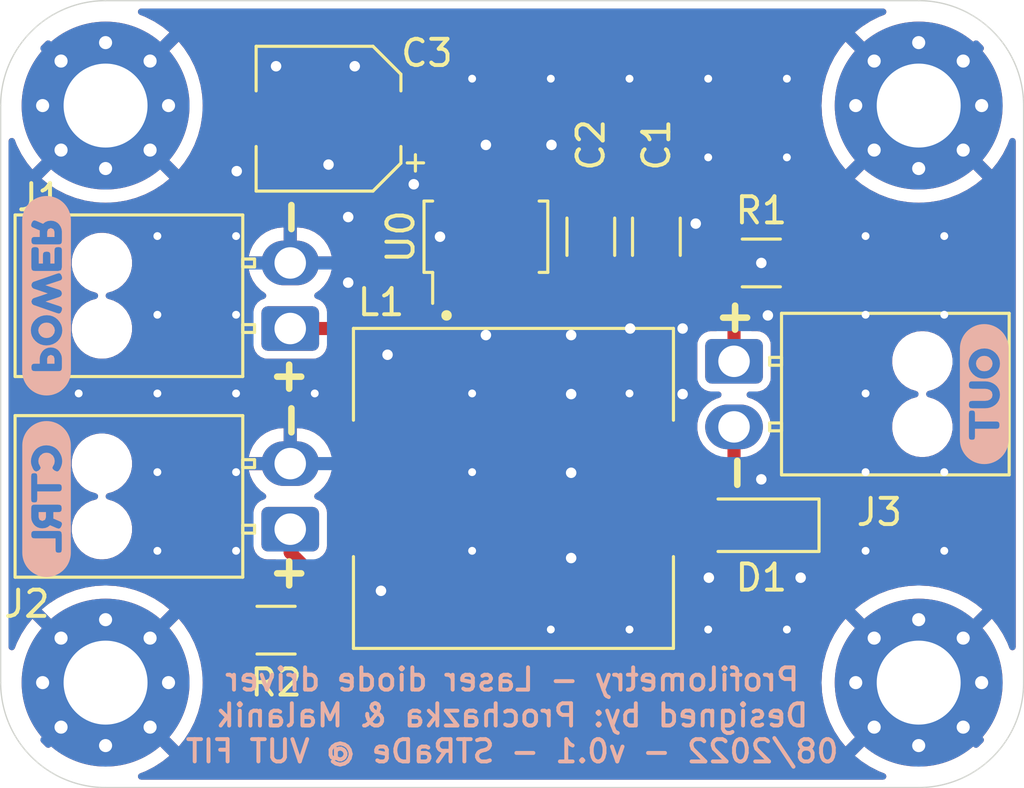
<source format=kicad_pcb>
(kicad_pcb (version 20211014) (generator pcbnew)
  (layers (0 "F.Cu" signal) (31 "B.Cu" power) (34 "B.Paste" user) (35 "F.Paste" user) (36 "B.SilkS" user "B.Silkscreen") (37 "F.SilkS" user "F.Silkscreen") (38 "B.Mask" user) (39 "F.Mask" user) (44 "Edge.Cuts" user))
  (net 0 "")
  (net 1 "+5V")
  (net 2 "GND")
  (net 3 "/VSET")
  (net 4 "/ISENSE")
  (net 5 "Net-(D1-Pad2)")
  (net 6 "Net-(L1-Pad1)")
  (footprint "Capacitor_SMD:C_1206_3216Metric_Pad1.33x1.80mm_HandSolder" (layer "F.Cu") (at 147.5 79 -90)
    (fp_text reference "C2" (at -3.5 0 -270) (layer "F.SilkS"))
    (fp_text value "100nF" hide)
    (fp_line (start -0.711252 0.91) (end 0.711252 0.91) (layer "F.SilkS") (width 0.12))
    (fp_line (start -0.711252 -0.91) (end 0.711252 -0.91) (layer "F.SilkS") (width 0.12))
    (pad "1" smd roundrect (at -1.5625 0 270) (size 1.325 1.8) (layers "F.Cu" "F.Paste" "F.Mask") (roundrect_rratio 0.188679) (net 1 "+5V"))
    (pad "2" smd roundrect (at 1.5625 0 270) (size 1.325 1.8) (layers "F.Cu" "F.Paste" "F.Mask") (roundrect_rratio 0.188679) (net 2 "GND"))
  )
  (footprint "Diode_SMD:D_SOD-123F" (layer "F.Cu") (at 154 90 180)
    (fp_text reference "D1" (at 0 -2 180) (layer "F.SilkS"))
    (fp_text value "D_Schottky" hide)
    (fp_line (start -2.2 -1) (end 1.65 -1) (layer "F.SilkS") (width 0.12))
    (fp_line (start -2.2 1) (end 1.65 1) (layer "F.SilkS") (width 0.12))
    (fp_line (start -2.2 -1) (end -2.2 1) (layer "F.SilkS") (width 0.12))
    (pad "1" smd rect (at -1.4 0 180) (size 1.1 1.1) (layers "F.Cu" "F.Paste" "F.Mask") (net 1 "+5V"))
    (pad "2" smd rect (at 1.4 0 180) (size 1.1 1.1) (layers "F.Cu" "F.Paste" "F.Mask") (net 5 "Net-(D1-Pad2)"))
  )
  (footprint "Capacitor_SMD:C_1206_3216Metric_Pad1.33x1.80mm_HandSolder" (layer "F.Cu") (at 150 79 -90)
    (fp_text reference "C1" (at -3.5 0 -270) (layer "F.SilkS"))
    (fp_text value "10uF" hide)
    (fp_line (start -0.711252 0.91) (end 0.711252 0.91) (layer "F.SilkS") (width 0.12))
    (fp_line (start -0.711252 -0.91) (end 0.711252 -0.91) (layer "F.SilkS") (width 0.12))
    (pad "1" smd roundrect (at -1.5625 0 270) (size 1.325 1.8) (layers "F.Cu" "F.Paste" "F.Mask") (roundrect_rratio 0.188679) (net 1 "+5V"))
    (pad "2" smd roundrect (at 1.5625 0 270) (size 1.325 1.8) (layers "F.Cu" "F.Paste" "F.Mask") (roundrect_rratio 0.188679) (net 2 "GND"))
  )
  (footprint "Connector_Molex:Molex_Nano-Fit_105313-xx02_1x02_P2.50mm_Horizontal" (layer "F.Cu") (at 136.04 82.5 180)
    (fp_text reference "J1" (at 9.54 5) (layer "F.SilkS"))
    (fp_text value "POWER")
    (fp_line (start 1.36 2.65) (end 1.81 2.65) (layer "F.SilkS") (width 0.12))
    (fp_line (start 1.36 2.35) (end 1.36 2.65) (layer "F.SilkS") (width 0.12))
    (fp_line (start 1.36 0.15) (end 1.81 0.15) (layer "F.SilkS") (width 0.12))
    (fp_line (start 1.81 2.35) (end 1.36 2.35) (layer "F.SilkS") (width 0.12))
    (fp_line (start 1.81 -0.15) (end 1.36 -0.15) (layer "F.SilkS") (width 0.12))
    (fp_line (start 1.81 4.33) (end 10.49 4.33) (layer "F.SilkS") (width 0.12))
    (fp_line (start 10.49 4.33) (end 10.49 -1.83) (layer "F.SilkS") (width 0.12))
    (fp_line (start 1.36 -0.15) (end 1.36 0.15) (layer "F.SilkS") (width 0.12))
    (fp_line (start 1.81 2.65) (end 1.81 2.35) (layer "F.SilkS") (width 0.12))
    (fp_line (start 1.81 0.15) (end 1.81 -0.15) (layer "F.SilkS") (width 0.12))
    (fp_line (start 1.81 -1.83) (end 1.81 4.33) (layer "F.SilkS") (width 0.12))
    (fp_line (start 10.49 -1.83) (end 1.81 -1.83) (layer "F.SilkS") (width 0.12))
    (pad "" np_thru_hole circle (at 7.18 2.5 180) (size 1.7 1.7) (drill 1.7) (layers *.Cu *.Mask))
    (pad "" np_thru_hole circle (at 7.18 0 180) (size 1.7 1.7) (drill 1.7) (layers *.Cu *.Mask))
    (pad "1" thru_hole roundrect (at 0 0 180) (size 2.2 1.7) (drill 1.2) (layers *.Cu *.Mask) (roundrect_rratio 0.147059) (net 1 "+5V"))
    (pad "2" thru_hole oval (at 0 2.5 180) (size 2.2 1.7) (drill 1.2) (layers *.Cu *.Mask) (net 2 "GND"))
  )
  (footprint "MountingHole:MountingHole_3.2mm_M3_Pad_Via" (layer "F.Cu") (at 129 96)
    (fp_text reference "H2" hide)
    (fp_text value "M3" hide)
    (pad "1" thru_hole circle (at 0 2.4) (size 0.8 0.8) (drill 0.5) (layers *.Cu *.Mask) (net 2 "GND"))
    (pad "1" thru_hole circle (at -2.4 0) (size 0.8 0.8) (drill 0.5) (layers *.Cu *.Mask) (net 2 "GND"))
    (pad "1" thru_hole circle (at 0 0) (size 6.4 6.4) (drill 3.2) (layers *.Cu *.Mask) (net 2 "GND"))
    (pad "1" thru_hole circle (at -1.697056 1.697056) (size 0.8 0.8) (drill 0.5) (layers *.Cu *.Mask) (net 2 "GND"))
    (pad "1" thru_hole circle (at 1.697056 1.697056) (size 0.8 0.8) (drill 0.5) (layers *.Cu *.Mask) (net 2 "GND"))
    (pad "1" thru_hole circle (at -1.697056 -1.697056) (size 0.8 0.8) (drill 0.5) (layers *.Cu *.Mask) (net 2 "GND"))
    (pad "1" thru_hole circle (at 2.4 0) (size 0.8 0.8) (drill 0.5) (layers *.Cu *.Mask) (net 2 "GND"))
    (pad "1" thru_hole circle (at 1.697056 -1.697056) (size 0.8 0.8) (drill 0.5) (layers *.Cu *.Mask) (net 2 "GND"))
    (pad "1" thru_hole circle (at 0 -2.4) (size 0.8 0.8) (drill 0.5) (layers *.Cu *.Mask) (net 2 "GND"))
  )
  (footprint "Resistor_SMD:R_1206_3216Metric_Pad1.30x1.75mm_HandSolder" (layer "F.Cu") (at 154 80 180)
    (fp_text reference "R1" (at 0 2) (layer "F.SilkS"))
    (fp_text value "1.4R" hide)
    (fp_line (start -0.727064 -0.91) (end 0.727064 -0.91) (layer "F.SilkS") (width 0.12))
    (fp_line (start -0.727064 0.91) (end 0.727064 0.91) (layer "F.SilkS") (width 0.12))
    (pad "1" smd roundrect (at -1.55 0 180) (size 1.3 1.75) (layers "F.Cu" "F.Paste" "F.Mask") (roundrect_rratio 0.192308) (net 1 "+5V"))
    (pad "2" smd roundrect (at 1.55 0 180) (size 1.3 1.75) (layers "F.Cu" "F.Paste" "F.Mask") (roundrect_rratio 0.192308) (net 4 "/ISENSE"))
  )
  (footprint "Custom:4800S" (layer "F.Cu") (at 138.45 82.495 180)
    (fp_text reference "L1" (at -1.05 0.995 unlocked) (layer "F.SilkS"))
    (fp_text value "33uH" hide)
    (fp_line (start -12.2 -12.2) (end 0 -12.2) (layer "F.SilkS") (width 0.12))
    (fp_line (start -12.2 0) (end -12.2 -3.5) (layer "F.SilkS") (width 0.12))
    (fp_line (start 0 -12.2) (end 0 -8.7) (layer "F.SilkS") (width 0.12))
    (fp_line (start 0 0) (end 0 -3.5) (layer "F.SilkS") (width 0.12))
    (fp_line (start -12.2 -12.2) (end -12.2 -8.7) (layer "F.SilkS") (width 0.12))
    (fp_line (start 0 0) (end -12.2 0) (layer "F.SilkS") (width 0.12))
    (pad "1" smd roundrect (at -1.15 -6.1 180) (size 2.9 5) (layers "F.Cu" "F.Paste" "F.Mask") (net 6 "Net-(L1-Pad1)"))
    (pad "2" smd roundrect (at -10.95 -6.1 180) (size 2.9 5) (layers "F.Cu" "F.Paste" "F.Mask") (net 5 "Net-(D1-Pad2)"))
  )
  (footprint "Package_TO_SOT_SMD:SOT-89-5" (layer "F.Cu") (at 143.5 79 90)
    (fp_text reference "U0" (at 0 -3.25 90) (layer "F.SilkS"))
    (fp_text value "AL8861Y-13")
    (fp_line (start 1.36 -2.36) (end 1.36 -2.03) (layer "F.SilkS") (width 0.12))
    (fp_line (start -1.36 -2.36) (end 1.36 -2.36) (layer "F.SilkS") (width 0.12))
    (fp_line (start -1.36 -2.36) (end -1.36 -2.03) (layer "F.SilkS") (width 0.12))
    (fp_line (start -2.54 -2.03) (end -1.36 -2.03) (layer "F.SilkS") (width 0.12))
    (fp_line (start -1.36 2.36) (end -1.36 2.03) (layer "F.SilkS") (width 0.12))
    (fp_line (start 1.36 2.36) (end -1.36 2.36) (layer "F.SilkS") (width 0.12))
    (fp_line (start 1.36 2.03) (end 1.36 2.36) (layer "F.SilkS") (width 0.12))
    (pad "1" smd rect (at -1.85 -1.5 90) (size 1.5 0.7) (layers "F.Cu" "F.Paste" "F.Mask") (net 6 "Net-(L1-Pad1)"))
    (pad "2" smd custom (at 0 0 90) (size 0.8 2) (layers "F.Cu" "F.Paste" "F.Mask") (net 2 "GND") (options (clearance outline) (anchor rect)) (primitives (gr_poly (pts (xy 0.9 -0.5) (xy 2.6 -0.5) (xy 2.6 0.5) (xy 0.9 0.5) (xy 0.4 1) (xy -0.4 1) (xy -0.9 0.5) (xy -2.6 0.5) (xy -2.6 -0.5) (xy -0.9 -0.5) (xy -0.4 -1) (xy 0.4 -1)) (width 0) (fill yes))))
    (pad "3" smd rect (at -1.85 1.5 90) (size 1.5 0.7) (layers "F.Cu" "F.Paste" "F.Mask") (net 3 "/VSET"))
    (pad "4" smd rect (at 1.85 1.5 90) (size 1.5 0.7) (layers "F.Cu" "F.Paste" "F.Mask") (net 4 "/ISENSE"))
    (pad "5" smd rect (at 1.85 -1.5 90) (size 1.5 0.7) (layers "F.Cu" "F.Paste" "F.Mask") (net 1 "+5V"))
  )
  (footprint "MountingHole:MountingHole_3.2mm_M3_Pad_Via" (layer "F.Cu") (at 160 96)
    (fp_text reference "H3" hide)
    (fp_text value "M3" hide)
    (pad "1" thru_hole circle (at -2.4 0) (size 0.8 0.8) (drill 0.5) (layers *.Cu *.Mask) (net 2 "GND"))
    (pad "1" thru_hole circle (at 0 0) (size 6.4 6.4) (drill 3.2) (layers *.Cu *.Mask) (net 2 "GND"))
    (pad "1" thru_hole circle (at -1.697056 -1.697056) (size 0.8 0.8) (drill 0.5) (layers *.Cu *.Mask) (net 2 "GND"))
    (pad "1" thru_hole circle (at 0 2.4) (size 0.8 0.8) (drill 0.5) (layers *.Cu *.Mask) (net 2 "GND"))
    (pad "1" thru_hole circle (at 2.4 0) (size 0.8 0.8) (drill 0.5) (layers *.Cu *.Mask) (net 2 "GND"))
    (pad "1" thru_hole circle (at -1.697056 1.697056) (size 0.8 0.8) (drill 0.5) (layers *.Cu *.Mask) (net 2 "GND"))
    (pad "1" thru_hole circle (at 1.697056 1.697056) (size 0.8 0.8) (drill 0.5) (layers *.Cu *.Mask) (net 2 "GND"))
    (pad "1" thru_hole circle (at 0 -2.4) (size 0.8 0.8) (drill 0.5) (layers *.Cu *.Mask) (net 2 "GND"))
    (pad "1" thru_hole circle (at 1.697056 -1.697056) (size 0.8 0.8) (drill 0.5) (layers *.Cu *.Mask) (net 2 "GND"))
  )
  (footprint "Connector_Molex:Molex_Nano-Fit_105313-xx02_1x02_P2.50mm_Horizontal" (layer "F.Cu") (at 152.96 83.75)
    (fp_text reference "J3" (at 5.54 5.75) (layer "F.SilkS"))
    (fp_text value "LASER")
    (fp_line (start 1.81 4.33) (end 10.49 4.33) (layer "F.SilkS") (width 0.12))
    (fp_line (start 1.81 2.65) (end 1.81 2.35) (layer "F.SilkS") (width 0.12))
    (fp_line (start 1.36 -0.15) (end 1.36 0.15) (layer "F.SilkS") (width 0.12))
    (fp_line (start 1.81 -1.83) (end 1.81 4.33) (layer "F.SilkS") (width 0.12))
    (fp_line (start 1.81 2.35) (end 1.36 2.35) (layer "F.SilkS") (width 0.12))
    (fp_line (start 10.49 -1.83) (end 1.81 -1.83) (layer "F.SilkS") (width 0.12))
    (fp_line (start 1.81 -0.15) (end 1.36 -0.15) (layer "F.SilkS") (width 0.12))
    (fp_line (start 1.36 2.65) (end 1.81 2.65) (layer "F.SilkS") (width 0.12))
    (fp_line (start 1.81 0.15) (end 1.81 -0.15) (layer "F.SilkS") (width 0.12))
    (fp_line (start 1.36 0.15) (end 1.81 0.15) (layer "F.SilkS") (width 0.12))
    (fp_line (start 1.36 2.35) (end 1.36 2.65) (layer "F.SilkS") (width 0.12))
    (fp_line (start 10.49 4.33) (end 10.49 -1.83) (layer "F.SilkS") (width 0.12))
    (pad "" np_thru_hole circle (at 7.18 0) (size 1.7 1.7) (drill 1.7) (layers *.Cu *.Mask))
    (pad "" np_thru_hole circle (at 7.18 2.5) (size 1.7 1.7) (drill 1.7) (layers *.Cu *.Mask))
    (pad "1" thru_hole roundrect (at 0 0) (size 2.2 1.7) (drill 1.2) (layers *.Cu *.Mask) (roundrect_rratio 0.147059) (net 4 "/ISENSE"))
    (pad "2" thru_hole oval (at 0 2.5) (size 2.2 1.7) (drill 1.2) (layers *.Cu *.Mask) (net 5 "Net-(D1-Pad2)"))
  )
  (footprint "Capacitor_SMD:CP_Elec_5x5.3" (layer "F.Cu") (at 137.5 74.5 180)
    (fp_text reference "C3" (at -3.75 2.5 180) (layer "F.SilkS"))
    (fp_text value "100uF" hide)
    (fp_line (start -2.76 1.695563) (end -1.695563 2.76) (layer "F.SilkS") (width 0.12))
    (fp_line (start -1.695563 -2.76) (end 2.76 -2.76) (layer "F.SilkS") (width 0.12))
    (fp_line (start -2.76 -1.695563) (end -1.695563 -2.76) (layer "F.SilkS") (width 0.12))
    (fp_line (start -3.3125 -1.9975) (end -3.3125 -1.3725) (layer "F.SilkS") (width 0.12))
    (fp_line (start 2.76 -2.76) (end 2.76 -1.06) (layer "F.SilkS") (width 0.12))
    (fp_line (start -2.76 1.695563) (end -2.76 1.06) (layer "F.SilkS") (width 0.12))
    (fp_line (start 2.76 2.76) (end 2.76 1.06) (layer "F.SilkS") (width 0.12))
    (fp_line (start -3.625 -1.685) (end -3 -1.685) (layer "F.SilkS") (width 0.12))
    (fp_line (start -2.76 -1.695563) (end -2.76 -1.06) (layer "F.SilkS") (width 0.12))
    (fp_line (start -1.695563 2.76) (end 2.76 2.76) (layer "F.SilkS") (width 0.12))
    (pad "1" smd roundrect (at -2.2 0 180) (size 3 1.6) (layers "F.Cu" "F.Paste" "F.Mask") (roundrect_rratio 0.15625) (net 1 "+5V"))
    (pad "2" smd roundrect (at 2.2 0 180) (size 3 1.6) (layers "F.Cu" "F.Paste" "F.Mask") (roundrect_rratio 0.15625) (net 2 "GND"))
  )
  (footprint "Resistor_SMD:R_1206_3216Metric_Pad1.30x1.75mm_HandSolder" (layer "F.Cu") (at 135.5 94 180)
    (fp_text reference "R2" (at 0 -2) (layer "F.SilkS"))
    (fp_text value "10K" hide)
    (fp_line (start -0.727064 0.91) (end 0.727064 0.91) (layer "F.SilkS") (width 0.12))
    (fp_line (start -0.727064 -0.91) (end 0.727064 -0.91) (layer "F.SilkS") (width 0.12))
    (pad "1" smd roundrect (at -1.55 0 180) (size 1.3 1.75) (layers "F.Cu" "F.Paste" "F.Mask") (roundrect_rratio 0.192308) (net 3 "/VSET"))
    (pad "2" smd roundrect (at 1.55 0 180) (size 1.3 1.75) (layers "F.Cu" "F.Paste" "F.Mask") (roundrect_rratio 0.192308) (net 2 "GND"))
  )
  (footprint "MountingHole:MountingHole_3.2mm_M3_Pad_Via" (layer "F.Cu") (at 160 74)
    (fp_text reference "H4" hide)
    (fp_text value "M3" hide)
    (pad "1" thru_hole circle (at -2.4 0) (size 0.8 0.8) (drill 0.5) (layers *.Cu *.Mask) (net 2 "GND"))
    (pad "1" thru_hole circle (at 1.697056 1.697056) (size 0.8 0.8) (drill 0.5) (layers *.Cu *.Mask) (net 2 "GND"))
    (pad "1" thru_hole circle (at -1.697056 1.697056) (size 0.8 0.8) (drill 0.5) (layers *.Cu *.Mask) (net 2 "GND"))
    (pad "1" thru_hole circle (at 2.4 0) (size 0.8 0.8) (drill 0.5) (layers *.Cu *.Mask) (net 2 "GND"))
    (pad "1" thru_hole circle (at 0 0) (size 6.4 6.4) (drill 3.2) (layers *.Cu *.Mask) (net 2 "GND"))
    (pad "1" thru_hole circle (at 0 2.4) (size 0.8 0.8) (drill 0.5) (layers *.Cu *.Mask) (net 2 "GND"))
    (pad "1" thru_hole circle (at 1.697056 -1.697056) (size 0.8 0.8) (drill 0.5) (layers *.Cu *.Mask) (net 2 "GND"))
    (pad "1" thru_hole circle (at -1.697056 -1.697056) (size 0.8 0.8) (drill 0.5) (layers *.Cu *.Mask) (net 2 "GND"))
    (pad "1" thru_hole circle (at 0 -2.4) (size 0.8 0.8) (drill 0.5) (layers *.Cu *.Mask) (net 2 "GND"))
  )
  (footprint "MountingHole:MountingHole_3.2mm_M3_Pad_Via" (layer "F.Cu") (at 129 74)
    (fp_text reference "H1" hide)
    (fp_text value "M3" hide)
    (pad "1" thru_hole circle (at -2.4 0) (size 0.8 0.8) (drill 0.5) (layers *.Cu *.Mask) (net 2 "GND"))
    (pad "1" thru_hole circle (at -1.697056 1.697056) (size 0.8 0.8) (drill 0.5) (layers *.Cu *.Mask) (net 2 "GND"))
    (pad "1" thru_hole circle (at 0 2.4) (size 0.8 0.8) (drill 0.5) (layers *.Cu *.Mask) (net 2 "GND"))
    (pad "1" thru_hole circle (at 0 -2.4) (size 0.8 0.8) (drill 0.5) (layers *.Cu *.Mask) (net 2 "GND"))
    (pad "1" thru_hole circle (at -1.697056 -1.697056) (size 0.8 0.8) (drill 0.5) (layers *.Cu *.Mask) (net 2 "GND"))
    (pad "1" thru_hole circle (at 0 0) (size 6.4 6.4) (drill 3.2) (layers *.Cu *.Mask) (net 2 "GND"))
    (pad "1" thru_hole circle (at 1.697056 -1.697056) (size 0.8 0.8) (drill 0.5) (layers *.Cu *.Mask) (net 2 "GND"))
    (pad "1" thru_hole circle (at 2.4 0) (size 0.8 0.8) (drill 0.5) (layers *.Cu *.Mask) (net 2 "GND"))
    (pad "1" thru_hole circle (at 1.697056 1.697056) (size 0.8 0.8) (drill 0.5) (layers *.Cu *.Mask) (net 2 "GND"))
  )
  (footprint "Connector_Molex:Molex_Nano-Fit_105313-xx02_1x02_P2.50mm_Horizontal" (layer "F.Cu") (at 136.04 90.15 180)
    (fp_text reference "J2" (at 10.04 -2.85) (layer "F.SilkS"))
    (fp_text value "VSET")
    (fp_line (start 1.81 2.65) (end 1.81 2.35) (layer "F.SilkS") (width 0.12))
    (fp_line (start 1.81 2.35) (end 1.36 2.35) (layer "F.SilkS") (width 0.12))
    (fp_line (start 1.36 2.65) (end 1.81 2.65) (layer "F.SilkS") (width 0.12))
    (fp_line (start 1.36 2.35) (end 1.36 2.65) (layer "F.SilkS") (width 0.12))
    (fp_line (start 1.36 -0.15) (end 1.36 0.15) (layer "F.SilkS") (width 0.12))
    (fp_line (start 1.36 0.15) (end 1.81 0.15) (layer "F.SilkS") (width 0.12))
    (fp_line (start 1.81 -0.15) (end 1.36 -0.15) (layer "F.SilkS") (width 0.12))
    (fp_line (start 1.81 -1.83) (end 1.81 4.33) (layer "F.SilkS") (width 0.12))
    (fp_line (start 10.49 4.33) (end 10.49 -1.83) (layer "F.SilkS") (width 0.12))
    (fp_line (start 1.81 0.15) (end 1.81 -0.15) (layer "F.SilkS") (width 0.12))
    (fp_line (start 1.81 4.33) (end 10.49 4.33) (layer "F.SilkS") (width 0.12))
    (fp_line (start 10.49 -1.83) (end 1.81 -1.83) (layer "F.SilkS") (width 0.12))
    (pad "" np_thru_hole circle (at 7.18 2.5 180) (size 1.7 1.7) (drill 1.7) (layers *.Cu *.Mask))
    (pad "" np_thru_hole circle (at 7.18 0 180) (size 1.7 1.7) (drill 1.7) (layers *.Cu *.Mask))
    (pad "1" thru_hole roundrect (at 0 0 180) (size 2.2 1.7) (drill 1.2) (layers *.Cu *.Mask) (roundrect_rratio 0.147059) (net 3 "/VSET"))
    (pad "2" thru_hole oval (at 0 2.5 180) (size 2.2 1.7) (drill 1.2) (layers *.Cu *.Mask) (net 2 "GND"))
  )
  (footprint "kibuzzard-630BEA7A" (layer "B.Cu") (at 162.5 85 -90)
    (fp_text reference "kibuzzard-630BEA7A" hide)
    (fp_text value "G***" hide)
    (fp_poly (pts (xy -1.7399 0.929217) (xy -1.169988 0.598488) (xy -1.056382 0.587871) (xy -0.468313 0.542925) (xy -0.42545 0.576263) (xy -0.344488 0.585788) (xy -0.263525 0.576263) (xy -0.22225 0.542925) (xy -0.2032 0.442913) (xy -0.2032 -0.033338) (xy -0.191294 -0.127794) (xy -0.155575 -0.217488) (xy -0.084138 -0.288925) (xy 0.028575 -0.315913) (xy 0.129778 -0.294481) (xy 0.201612 -0.230188) (xy 0.244475 -0.137716) (xy 0.258762 -0.03175) (xy 0.258762 0.454025) (xy 0.274637 0.541338) (xy 0.320675 0.576263) (xy 0.396081 0.585788) (xy 0.468312 0.57785) (xy 0.74295 0.585788) (xy 1.6256 0.585788) (xy 1.700212 0.573881) (xy 1.731962 0.536575) (xy 1.7399 0.4699) (xy 1.731962 0.404019) (xy 1.704975 0.369888) (xy 1.624012 0.3556) (xy 1.3208 0.3556) (xy 1.3208 -0.442913) (xy 1.318419 -0.496888) (xy 1.304131 -0.537369) (xy 1.262062 -0.569913) (xy 1.182687 -0.579438) (xy 1.104106 -0.569913) (xy 1.062831 -0.537369) (xy 1.048544 -0.496094) (xy 1.046162 -0.441325) (xy 1.046162 0.3556) (xy 0.741362 0.3556) (xy 0.66675 0.367506) (xy 0.635 0.404813) (xy 0.627062 0.471488) (xy 0.635 0.537369) (xy 0.661987 0.5715) (xy 0.74295 0.585788) (xy 0.468312 0.57785) (xy 0.509587 0.5588) (xy 0.530225 0.525463) (xy 0.53975 0.442913) (xy 0.53975 -0.036513) (xy 0.531614 -0.138906) (xy 0.507206 -0.236538) (xy 0.466527 -0.329406) (xy 0.409575 -0.417513) (xy 0.336947 -0.490736) (xy 0.246062 -0.548481) (xy 0.140692 -0.585986) (xy 0.024606 -0.598488) (xy -0.091281 -0.585788) (xy -0.196056 -0.547688) (xy -0.285948 -0.48895) (xy -0.357188 -0.414338) (xy -0.413445 -0.327422) (xy -0.453628 -0.23495) (xy -0.477738 -0.136922) (xy -0.485775 -0.033338) (xy -0.485775 0.4445) (xy -0.483394 0.500856) (xy -0.468313 0.542925) (xy -1.056382 0.587871) (xy -0.950516 0.556022) (xy -0.852388 0.50294) (xy -0.762 0.428625) (xy -0.686296 0.338584) (xy -0.632222 0.238323) (xy -0.599777 0.127843) (xy -0.588963 0.007144) (xy -0.599281 -0.114002) (xy -0.630238 -0.225822) (xy -0.681831 -0.328315) (xy -0.754063 -0.421481) (xy -0.841375 -0.498921) (xy -0.938213 -0.554236) (xy -1.044575 -0.587425) (xy -1.160463 -0.598488) (xy -1.276598 -0.587573) (xy -1.383705 -0.554831) (xy -1.481782 -0.500261) (xy -1.570831 -0.423863) (xy -1.644799 -0.332383) (xy -1.697633 -0.232569) (xy -1.729333 -0.12442) (xy -1.7399 -0.007938) (xy -1.727994 0.119658) (xy -1.692275 0.238919) (xy -1.636713 0.344686) (xy -1.565275 0.4318) (xy -1.479947 0.501253) (xy -1.382713 0.554038) (xy -1.277938 0.587375) (xy -1.169988 0.598488) (xy -1.7399 0.929217) (xy -1.740032 0.929217) (xy -1.831111 0.924742) (xy -1.921313 0.911362) (xy -2.00977 0.889205) (xy -2.095628 0.858484) (xy -2.178062 0.819496) (xy -2.256277 0.772615) (xy -2.329521 0.718294) (xy -2.397088 0.657055) (xy -2.458326 0.589489) (xy -2.512648 0.516245) (xy -2.559528 0.43803) (xy -2.598517 0.355596) (xy -2.629237 0.269737) (xy -2.651394 0.181281) (xy -2.664775 0.091079) (xy -2.669249 0) (xy -2.664775 -0.091079) (xy -2.651394 -0.181281) (xy -2.629237 -0.269737) (xy -2.598517 -0.355596) (xy -2.559528 -0.43803) (xy -2.512648 -0.516245) (xy -2.458326 -0.589489) (xy -2.397088 -0.657055) (xy -2.329521 -0.718294) (xy -2.256277 -0.772615) (xy -2.178062 -0.819496) (xy -2.095628 -0.858484) (xy -2.00977 -0.889205) (xy -1.921313 -0.911362) (xy -1.831111 -0.924742) (xy -1.740032 -0.929217) (xy -1.7399 -0.929217) (xy 1.7399 -0.929217) (xy 1.740032 -0.929217) (xy 1.831111 -0.924742) (xy 1.921313 -0.911362) (xy 2.00977 -0.889205) (xy 2.095628 -0.858484) (xy 2.178062 -0.819496) (xy 2.256277 -0.772615) (xy 2.329521 -0.718294) (xy 2.397088 -0.657055) (xy 2.458326 -0.589489) (xy 2.512648 -0.516245) (xy 2.559528 -0.43803) (xy 2.598517 -0.355596) (xy 2.629237 -0.269737) (xy 2.651394 -0.181281) (xy 2.664775 -0.091079) (xy 2.669249 0) (xy 2.664775 0.091079) (xy 2.651394 0.181281) (xy 2.629237 0.269737) (xy 2.598517 0.355596) (xy 2.559528 0.43803) (xy 2.512648 0.516245) (xy 2.458326 0.589489) (xy 2.397088 0.657055) (xy 2.329521 0.718294) (xy 2.256277 0.772615) (xy 2.178062 0.819496) (xy 2.095628 0.858484) (xy 2.00977 0.889205) (xy 1.921313 0.911362) (xy 1.831111 0.924742) (xy 1.740032 0.929217) (xy 1.7399 0.929217) (xy -1.7399 0.929217)) (layer "B.SilkS") (width 0) (fill solid))
    (fp_poly (pts (xy -1.458913 0) (xy -1.44877 -0.088283) (xy -1.418343 -0.164747) (xy -1.367631 -0.229394) (xy -1.270992 -0.295473) (xy -1.163638 -0.3175) (xy -1.056481 -0.296069) (xy -0.960438 -0.231775) (xy -0.910167 -0.168099) (xy -0.880004 -0.091369) (xy -0.86995 -0.001588) (xy -0.880092 0.088371) (xy -0.910519 0.165629) (xy -0.961231 0.230188) (xy -1.05787 0.295672) (xy -1.165225 0.3175) (xy -1.272381 0.295473) (xy -1.368425 0.229394) (xy -1.418696 0.164747) (xy -1.448858 0.088283) (xy -1.458913 0)) (layer "B.SilkS") (width 0) (fill solid))
  )
  (footprint "kibuzzard-630BEA96" (layer "B.Cu") (at 126.75 89 -90)
    (fp_text reference "kibuzzard-630BEA96" hide)
    (fp_text value "G***" hide)
    (fp_poly (pts (xy -2.046288 0.926042) (xy -1.830586 0.45978) (xy -1.7526 0.509588) (xy -1.648707 0.557213) (xy -1.544461 0.585788) (xy -1.439863 0.595313) (xy -1.364655 0.589558) (xy -1.288256 0.572294) (xy -0.868363 0.585788) (xy 0.014287 0.585788) (xy 0.0889 0.573881) (xy 0.12065 0.536575) (xy 0.128587 0.4699) (xy 0.12065 0.404019) (xy 0.093662 0.369888) (xy 0.0127 0.3556) (xy -0.290513 0.3556) (xy 0.2159 -0.436563) (xy 0.2159 0.4445) (xy 0.218281 0.499269) (xy 0.233362 0.541338) (xy 0.275431 0.573484) (xy 0.357187 0.5842) (xy 0.700087 0.5842) (xy 0.792339 0.572911) (xy 0.882826 0.539044) (xy 0.97155 0.4826) (xy 1.029494 0.424656) (xy 1.076325 0.34925) (xy 1.107281 0.26035) (xy 1.1176 0.161925) (xy 1.104371 0.049389) (xy 1.064683 -0.049036) (xy 0.998537 -0.13335) (xy 1.026054 -0.198438) (xy 1.062037 -0.281517) (xy 1.106487 -0.382588) (xy 1.217612 -0.43815) (xy 1.217612 0.4445) (xy 1.219994 0.499269) (xy 1.235075 0.541338) (xy 1.277144 0.573484) (xy 1.3589 0.5842) (xy 1.447403 0.569516) (xy 1.490662 0.525463) (xy 1.4986 0.442913) (xy 1.4986 -0.344488) (xy 1.9304 -0.344488) (xy 2.0066 -0.356394) (xy 2.03835 -0.3937) (xy 2.046287 -0.461169) (xy 2.03835 -0.528638) (xy 2.011362 -0.563563) (xy 1.928812 -0.579438) (xy 1.357312 -0.579438) (xy 1.269206 -0.564356) (xy 1.227137 -0.519113) (xy 1.217612 -0.43815) (xy 1.106487 -0.382588) (xy 1.1303 -0.465138) (xy 1.105694 -0.5207) (xy 1.031875 -0.566738) (xy 0.950119 -0.588963) (xy 0.899319 -0.573881) (xy 0.86995 -0.542925) (xy 0.849136 -0.497593) (xy 0.807861 -0.401814) (xy 0.746125 -0.255588) (xy 0.696912 -0.258763) (xy 0.496887 -0.258763) (xy 0.496887 -0.43815) (xy 0.494506 -0.492919) (xy 0.479425 -0.534988) (xy 0.437356 -0.567134) (xy 0.3556 -0.57785) (xy 0.267494 -0.563166) (xy 0.225425 -0.519113) (xy 0.2159 -0.436563) (xy -0.290513 0.3556) (xy -0.290513 -0.442913) (xy -0.292894 -0.496888) (xy -0.307181 -0.537369) (xy -0.34925 -0.569913) (xy -0.428625 -0.579438) (xy -0.507206 -0.569913) (xy -0.548481 -0.537369) (xy -0.562769 -0.496094) (xy -0.56515 -0.441325) (xy -0.56515 0.3556) (xy -0.86995 0.3556) (xy -0.944563 0.367506) (xy -0.976313 0.404813) (xy -0.98425 0.471488) (xy -0.976313 0.537369) (xy -0.949325 0.5715) (xy -0.868363 0.585788) (xy -1.288256 0.572294) (xy -1.171575 0.525463) (xy -1.133475 0.503238) (xy -1.089025 0.474663) (xy -1.04775 0.399256) (xy -1.081088 0.31115) (xy -1.139825 0.246856) (xy -1.192213 0.225425) (xy -1.273175 0.26035) (xy -1.350963 0.300831) (xy -1.450975 0.314325) (xy -1.553369 0.296466) (xy -1.654175 0.242888) (xy -1.73355 0.144463) (xy -1.757363 0.076795) (xy -1.7653 0.000794) (xy -1.757363 -0.075208) (xy -1.73355 -0.142875) (xy -1.652588 -0.242888) (xy -1.553766 -0.295275) (xy -1.450975 -0.312738) (xy -1.358106 -0.300038) (xy -1.2954 -0.274638) (xy -1.266825 -0.254) (xy -1.190625 -0.22225) (xy -1.139428 -0.244475) (xy -1.084263 -0.31115) (xy -1.049338 -0.40005) (xy -1.070769 -0.455613) (xy -1.120775 -0.4953) (xy -1.175544 -0.528638) (xy -1.2827 -0.569913) (xy -1.362273 -0.588963) (xy -1.439069 -0.595313) (xy -1.514872 -0.590352) (xy -1.591469 -0.575469) (xy -1.669653 -0.548878) (xy -1.750219 -0.508794) (xy -1.827808 -0.456803) (xy -1.897063 -0.394494) (xy -1.956395 -0.3175) (xy -2.004219 -0.221456) (xy -2.03577 -0.111323) (xy -2.046288 0.007938) (xy -2.035969 0.126008) (xy -2.005013 0.232569) (xy -1.957983 0.324644) (xy -1.899444 0.399256) (xy -1.830586 0.45978) (xy -2.046288 0.926042) (xy -2.04642 0.926042) (xy -2.137188 0.921583) (xy -2.227082 0.908248) (xy -2.315236 0.886167) (xy -2.400801 0.855551) (xy -2.482953 0.816696) (xy -2.560901 0.769976) (xy -2.633894 0.71584) (xy -2.70123 0.65481) (xy -2.76226 0.587475) (xy -2.816395 0.514481) (xy -2.863116 0.436533) (xy -2.901971 0.354381) (xy -2.932586 0.268816) (xy -2.954668 0.180662) (xy -2.968002 0.090768) (xy -2.972461 0) (xy -2.968002 -0.090768) (xy -2.954668 -0.180662) (xy -2.932586 -0.268816) (xy -2.901971 -0.354381) (xy -2.863116 -0.436533) (xy -2.816395 -0.514481) (xy -2.76226 -0.587475) (xy -2.70123 -0.65481) (xy -2.633894 -0.71584) (xy -2.560901 -0.769976) (xy -2.482953 -0.816696) (xy -2.400801 -0.855551) (xy -2.315236 -0.886167) (xy -2.227082 -0.908248) (xy -2.137188 -0.921583) (xy -2.04642 -0.926042) (xy -2.046288 -0.926042) (xy 2.046287 -0.926042) (xy 2.04642 -0.926042) (xy 2.137188 -0.921583) (xy 2.227082 -0.908248) (xy 2.315235 -0.886167) (xy 2.400801 -0.855551) (xy 2.482953 -0.816696) (xy 2.560901 -0.769976) (xy 2.633894 -0.71584) (xy 2.70123 -0.65481) (xy 2.76226 -0.587475) (xy 2.816395 -0.514481) (xy 2.863116 -0.436533) (xy 2.901971 -0.354381) (xy 2.932586 -0.268816) (xy 2.954668 -0.180662) (xy 2.968002 -0.090768) (xy 2.972461 0) (xy 2.968002 0.090768) (xy 2.954668 0.180662) (xy 2.932586 0.268816) (xy 2.901971 0.354381) (xy 2.863116 0.436533) (xy 2.816395 0.514481) (xy 2.76226 0.587475) (xy 2.70123 0.65481) (xy 2.633894 0.71584) (xy 2.560901 0.769976) (xy 2.482953 0.816696) (xy 2.400801 0.855551) (xy 2.315235 0.886167) (xy 2.227082 0.908248) (xy 2.137188 0.921583) (xy 2.04642 0.926042) (xy 2.046287 0.926042) (xy -2.046288 0.926042)) (layer "B.SilkS") (width 0) (fill solid))
    (fp_poly (pts (xy 0.496887 0.022225) (xy 0.700087 0.022225) (xy 0.792162 0.05715) (xy 0.8382 0.161925) (xy 0.792162 0.267494) (xy 0.696912 0.303213) (xy 0.496887 0.303213) (xy 0.496887 0.022225)) (layer "B.SilkS") (width 0) (fill solid))
  )
  (footprint "kibuzzard-630BEA9F" (layer "B.Cu") (at 126.75 81.25 90)
    (fp_text reference "kibuzzard-630BEA9F" hide)
    (fp_text value "G***" hide)
    (fp_poly (pts (xy -1.6129 0) (xy -1.602758 -0.088283) (xy -1.572331 -0.164747) (xy -1.521619 -0.229394) (xy -1.42498 -0.295473) (xy -1.317625 -0.3175) (xy -1.210469 -0.296069) (xy -1.114425 -0.231775) (xy -1.064154 -0.168099) (xy -1.033992 -0.091369) (xy -1.023938 -0.001588) (xy -1.03408 0.088371) (xy -1.064507 0.165629) (xy -1.115219 0.230188) (xy -1.211858 0.295672) (xy -1.319213 0.3175) (xy -1.426369 0.295473) (xy -1.522413 0.229394) (xy -1.572683 0.164747) (xy -1.602846 0.088283) (xy -1.6129 0)) (layer "B.SilkS") (width 0) (fill solid))
    (fp_poly (pts (xy 2.239962 0.022225) (xy 2.443162 0.022225) (xy 2.535237 0.05715) (xy 2.581275 0.161925) (xy 2.535237 0.267494) (xy 2.439987 0.303213) (xy 2.239962 0.303213) (xy 2.239962 0.022225)) (layer "B.SilkS") (width 0) (fill solid))
    (fp_poly (pts (xy -2.873375 0.929217) (xy -2.732088 0.5842) (xy -2.392363 0.5842) (xy -2.300111 0.572911) (xy -1.323975 0.598488) (xy -1.21037 0.587871) (xy -1.104503 0.556022) (xy -0.652859 0.533003) (xy -0.573088 0.576263) (xy -0.489744 0.592138) (xy -0.432594 0.566738) (xy -0.396875 0.48895) (xy -0.22225 -0.041275) (xy -0.049213 0.481013) (xy -0.017859 0.537369) (xy 0.03175 0.573088) (xy 0.097631 0.5842) (xy 0.173037 0.558006) (xy 0.217487 0.506413) (xy 0.40005 -0.04445) (xy 0.574675 0.48895) (xy 0.595312 0.542925) (xy 0.624681 0.577056) (xy 0.677862 0.593725) (xy 0.752475 0.57785) (xy 0.832247 0.5334) (xy 0.858837 0.47625) (xy 0.839787 0.398463) (xy 0.94615 -0.43815) (xy 0.94615 0.4445) (xy 0.976312 0.554831) (xy 1.090612 0.5842) (xy 1.716087 0.5842) (xy 1.770856 0.581819) (xy 1.812925 0.566738) (xy 1.845072 0.524669) (xy 1.855787 0.442913) (xy 1.841103 0.354806) (xy 1.79705 0.312738) (xy 1.7145 0.303213) (xy 1.227137 0.303213) (xy 1.227137 0.142875) (xy 1.541462 0.142875) (xy 1.596231 0.140494) (xy 1.6383 0.125413) (xy 1.670447 0.083344) (xy 1.681162 0.001588) (xy 1.666081 -0.086519) (xy 1.620837 -0.128588) (xy 1.538287 -0.138113) (xy 1.227137 -0.138113) (xy 1.227137 -0.29845) (xy 1.716087 -0.29845) (xy 1.770856 -0.300831) (xy 1.812925 -0.315913) (xy 1.845072 -0.357981) (xy 1.958975 -0.436563) (xy 1.958975 0.4445) (xy 1.961356 0.499269) (xy 1.976437 0.541338) (xy 2.018506 0.573484) (xy 2.100262 0.5842) (xy 2.443162 0.5842) (xy 2.535414 0.572911) (xy 2.625901 0.539044) (xy 2.714625 0.4826) (xy 2.772569 0.424656) (xy 2.8194 0.34925) (xy 2.850356 0.26035) (xy 2.860675 0.161925) (xy 2.847446 0.049389) (xy 2.807758 -0.049036) (xy 2.741612 -0.13335) (xy 2.769129 -0.198438) (xy 2.805112 -0.281517) (xy 2.849562 -0.382588) (xy 2.873375 -0.465138) (xy 2.848769 -0.5207) (xy 2.77495 -0.566738) (xy 2.693194 -0.588963) (xy 2.642394 -0.573881) (xy 2.613025 -0.542925) (xy 2.592211 -0.497593) (xy 2.550936 -0.401814) (xy 2.4892 -0.255588) (xy 2.439987 -0.258763) (xy 2.239962 -0.258763) (xy 2.239962 -0.43815) (xy 2.237581 -0.492919) (xy 2.2225 -0.534988) (xy 2.180431 -0.567134) (xy 2.098675 -0.57785) (xy 2.010569 -0.563166) (xy 1.9685 -0.519113) (xy 1.958975 -0.436563) (xy 1.845072 -0.357981) (xy 1.855787 -0.439738) (xy 1.841103 -0.527844) (xy 1.79705 -0.569913) (xy 1.7145 -0.579438) (xy 1.08585 -0.579438) (xy 0.997744 -0.564356) (xy 0.955675 -0.519113) (xy 0.94615 -0.43815) (xy 0.839787 0.398463) (xy 0.534987 -0.4826) (xy 0.523875 -0.509588) (xy 0.481806 -0.551656) (xy 0.400844 -0.57785) (xy 0.319881 -0.551656) (xy 0.274637 -0.500062) (xy 0.0889 0.047625) (xy 0.025336 -0.140208) (xy -0.024384 -0.287147) (xy -0.060262 -0.393192) (xy -0.082296 -0.458343) (xy -0.090488 -0.4826) (xy -0.104775 -0.509588) (xy -0.130175 -0.541338) (xy -0.217488 -0.57785) (xy -0.300831 -0.554038) (xy -0.344488 -0.506413) (xy -0.3556 -0.4826) (xy -0.661988 0.398463) (xy -0.67945 0.47625) (xy -0.652859 0.533003) (xy -1.104503 0.556022) (xy -1.006376 0.50294) (xy -0.915988 0.428625) (xy -0.840284 0.338584) (xy -0.786209 0.238323) (xy -0.753765 0.127843) (xy -0.74295 0.007144) (xy -0.753269 -0.114002) (xy -0.784225 -0.225822) (xy -0.835819 -0.328315) (xy -0.90805 -0.421481) (xy -0.995363 -0.498921) (xy -1.0922 -0.554236) (xy -1.198563 -0.587425) (xy -1.31445 -0.598488) (xy -1.430586 -0.587573) (xy -1.537692 -0.554831) (xy -1.63577 -0.500261) (xy -1.724819 -0.423863) (xy -1.798786 -0.332383) (xy -1.85162 -0.232569) (xy -1.883321 -0.12442) (xy -1.893888 -0.007938) (xy -1.881981 0.119658) (xy -1.846263 0.238919) (xy -1.7907 0.344686) (xy -1.719263 0.4318) (xy -1.633934 0.501253) (xy -1.5367 0.554038) (xy -1.431925 0.587375) (xy -1.323975 0.598488) (xy -2.300111 0.572911) (xy -2.209624 0.539044) (xy -2.1209 0.4826) (xy -2.061766 0.424656) (xy -2.014538 0.34925) (xy -1.983581 0.26035) (xy -1.973263 0.161925) (xy -1.983581 0.063698) (xy -2.014538 -0.024606) (xy -2.061766 -0.099417) (xy -2.1209 -0.157163) (xy -2.2098 -0.213607) (xy -2.300817 -0.247474) (xy -2.39395 -0.258763) (xy -2.592388 -0.258763) (xy -2.592388 -0.43815) (xy -2.594769 -0.492919) (xy -2.60985 -0.534988) (xy -2.651919 -0.567134) (xy -2.733675 -0.57785) (xy -2.821781 -0.563166) (xy -2.86385 -0.519113) (xy -2.873375 -0.436563) (xy -2.873375 0.4445) (xy -2.870994 0.499269) (xy -2.855913 0.541338) (xy -2.813844 0.573484) (xy -2.732088 0.5842) (xy -2.873375 0.929217) (xy -2.873507 0.929217) (xy -2.964586 0.924742) (xy -3.054788 0.911362) (xy -3.143245 0.889205) (xy -3.229103 0.858484) (xy -3.311537 0.819496) (xy -3.389752 0.772615) (xy -3.462996 0.718294) (xy -3.530563 0.657055) (xy -3.591801 0.589489) (xy -3.646123 0.516245) (xy -3.693003 0.43803) (xy -3.731992 0.355596) (xy -3.762712 0.269737) (xy -3.784869 0.181281) (xy -3.79825 0.091079) (xy -3.802724 0) (xy -3.79825 -0.091079) (xy -3.784869 -0.181281) (xy -3.762712 -0.269737) (xy -3.731992 -0.355596) (xy -3.693003 -0.43803) (xy -3.646123 -0.516245) (xy -3.591801 -0.589489) (xy -3.530563 -0.657055) (xy -3.462996 -0.718294) (xy -3.389752 -0.772615) (xy -3.311537 -0.819496) (xy -3.229103 -0.858484) (xy -3.143245 -0.889205) (xy -3.054788 -0.911362) (xy -2.964586 -0.924742) (xy -2.873507 -0.929217) (xy -2.873375 -0.929217) (xy 2.873375 -0.929217) (xy 2.873507 -0.929217) (xy 2.964586 -0.924742) (xy 3.054788 -0.911362) (xy 3.143245 -0.889205) (xy 3.229103 -0.858484) (xy 3.311537 -0.819496) (xy 3.389752 -0.772615) (xy 3.462996 -0.718294) (xy 3.530563 -0.657055) (xy 3.591801 -0.589489) (xy 3.646123 -0.516245) (xy 3.693003 -0.43803) (xy 3.731992 -0.355596) (xy 3.762712 -0.269737) (xy 3.784869 -0.181281) (xy 3.79825 -0.091079) (xy 3.802724 0) (xy 3.79825 0.091079) (xy 3.784869 0.181281) (xy 3.762712 0.269737) (xy 3.731992 0.355596) (xy 3.693003 0.43803) (xy 3.646123 0.516245) (xy 3.591801 0.589489) (xy 3.530563 0.657055) (xy 3.462996 0.718294) (xy 3.389752 0.772615) (xy 3.311537 0.819496) (xy 3.229103 0.858484) (xy 3.143245 0.889205) (xy 3.054788 0.911362) (xy 2.964586 0.924742) (xy 2.873507 0.929217) (xy 2.873375 0.929217) (xy -2.873375 0.929217)) (layer "B.SilkS") (width 0) (fill solid))
    (fp_poly (pts (xy -2.39395 0.303213) (xy -2.592388 0.303213) (xy -2.592388 0.022225) (xy -2.392363 0.022225) (xy -2.2987 0.05715) (xy -2.252663 0.161925) (xy -2.2987 0.267494) (xy -2.39395 0.303213)) (layer "B.SilkS") (width 0) (fill solid))
  )
  (gr_circle (center 142 82) (end 142.1 82) (layer "F.SilkS") (width 0.2) (fill none))
  (gr_line (start 125 74) (end 125 96) (layer "Edge.Cuts") (width 0.05))
  (gr_arc (start 164 96) (mid 162.828427 98.828427) (end 160 100) (layer "Edge.Cuts") (width 0.05))
  (gr_line (start 160 70) (end 129 70) (layer "Edge.Cuts") (width 0.05))
  (gr_arc (start 125 74) (mid 126.171573 71.171573) (end 129 70) (layer "Edge.Cuts") (width 0.05))
  (gr_arc (start 160 70) (mid 162.828427 71.171573) (end 164 74) (layer "Edge.Cuts") (width 0.05))
  (gr_line (start 164 96) (end 164 74) (layer "Edge.Cuts") (width 0.05))
  (gr_line (start 129 100) (end 160 100) (layer "Edge.Cuts") (width 0.05))
  (gr_arc (start 129 100) (mid 126.171573 98.828427) (end 125 96) (layer "Edge.Cuts") (width 0.05))
  (gr_text "Profilometry - Laser diode driver\nDesigned by: Prochazka & Malanik\n08/2022 - v0.1 - STRaDe @ VUT FIT" (at 144.5 97.25) (layer "B.SilkS") (effects (font (size 0.85 0.85)) (justify mirror)))
  (gr_text "+" (at 136 84.25) (layer "F.SilkS") (effects (font (size 1.2 1.2) (thickness 0.25))))
  (gr_text "-" (at 153 88 90) (layer "F.SilkS") (effects (font (size 1.2 1.2) (thickness 0.25))))
  (gr_text "-" (at 136 86 90) (layer "F.SilkS") (effects (font (size 1.2 1.2) (thickness 0.25))))
  (gr_text "+" (at 136 91.75) (layer "F.SilkS") (effects (font (size 1.2 1.2) (thickness 0.25))))
  (gr_text "+" (at 153 82) (layer "F.SilkS") (effects (font (size 1.2 1.2) (thickness 0.25))))
  (gr_text "-" (at 136 78.25 90) (layer "F.SilkS") (effects (font (size 1.2 1.2) (thickness 0.25))))
  (segment (start 139.7 74.5) (end 139.7 81.3) (width 0.5) (layer "F.Cu") (net 1))
  (segment (start 155.4 78.4) (end 154.45 77.45) (width 0.5) (layer "F.Cu") (net 1))
  (segment (start 142 77.15) (end 142 74.5) (width 0.5) (layer "F.Cu") (net 1))
  (segment (start 139.7 81.3) (end 138.5 82.5) (width 0.5) (layer "F.Cu") (net 1))
  (segment (start 142 74.5) (end 146.5 74.5) (width 0.5) (layer "F.Cu") (net 1))
  (segment (start 150.5 77.4375) (end 148 77.4375) (width 0.5) (layer "F.Cu") (net 1))
  (segment (start 139.7 74.5) (end 142 74.5) (width 0.5) (layer "F.Cu") (net 1))
  (segment (start 153 77.45) (end 150.5125 77.45) (width 0.5) (layer "F.Cu") (net 1))
  (segment (start 150.5125 77.45) (end 150.5 77.4375) (width 0.5) (layer "F.Cu") (net 1))
  (segment (start 155.4 90) (end 155.4 78.4) (width 0.5) (layer "F.Cu") (net 1))
  (segment (start 154.45 77.45) (end 153 77.45) (width 0.5) (layer "F.Cu") (net 1))
  (segment (start 147.5 77.4375) (end 147.5 75.5) (width 0.5) (layer "F.Cu") (net 1))
  (segment (start 147.5 75.5) (end 146.5 74.5) (width 0.5) (layer "F.Cu") (net 1))
  (segment (start 136.04 82.5) (end 138.5 82.5) (width 0.5) (layer "F.Cu") (net 1))
  (via (at 134 76.5) (size 0.8) (drill 0.4) (layers "F.Cu" "B.Cu") (net 2))
  (via (at 140.75 77) (size 0.8) (drill 0.4) (layers "F.Cu" "B.Cu") (net 2))
  (via (at 138.25 78.25) (size 0.8) (drill 0.4) (layers "F.Cu" "B.Cu") (net 2))
  (via (at 154 80) (size 0.8) (drill 0.4) (layers "F.Cu" "B.Cu") (net 2))
  (via (at 151 85) (size 0.8) (drill 0.4) (layers "F.Cu" "B.Cu") (net 2))
  (via (at 139.75 83.5) (size 0.8) (drill 0.4) (layers "F.Cu" "B.Cu") (net 2))
  (via (at 130.975 81.975) (size 0.7) (drill 0.3) (layers "F.Cu" "B.Cu") (net 2))
  (via (at 154.975 75.975) (size 0.7) (drill 0.3) (layers "F.Cu" "B.Cu") (net 2))
  (via (at 133.975 78.975) (size 0.7) (drill 0.3) (layers "F.Cu" "B.Cu") (net 2))
  (via (at 142.975 90.975) (size 0.7) (drill 0.3) (layers "F.Cu" "B.Cu") (net 2))
  (via (at 157.975 81.975) (size 0.7) (drill 0.3) (layers "F.Cu" "B.Cu") (net 2))
  (via (at 137.5 76.25) (size 0.8) (drill 0.4) (layers "F.Cu" "B.Cu") (net 2))
  (via (at 142.975 87.975) (size 0.7) (drill 0.3) (layers "F.Cu" "B.Cu") (net 2))
  (via (at 146.75 88) (size 0.8) (drill 0.4) (layers "F.Cu" "B.Cu") (net 2))
  (via (at 127.975 84.975) (size 0.7) (drill 0.3) (layers "F.Cu" "B.Cu") (net 2))
  (via (at 130.975 90.975) (size 0.7) (drill 0.3) (layers "F.Cu" "B.Cu") (net 2))
  (via (at 133.975 81.975) (size 0.7) (drill 0.3) (layers "F.Cu" "B.Cu") (net 2))
  (via (at 154.25 82) (size 0.8) (drill 0.4) (layers "F.Cu" "B.Cu") (net 2))
  (via (at 146 75.5) (size 0.8) (drill 0.4) (layers "F.Cu" "B.Cu") (net 2))
  (via (at 146.75 82.75) (size 0.8) (drill 0.4) (layers "F.Cu" "B.Cu") (net 2))
  (via (at 160.975 81.975) (size 0.7) (drill 0.3) (layers "F.Cu" "B.Cu") (net 2))
  (via (at 143.5 75.5) (size 0.8) (drill 0.4) (layers "F.Cu" "B.Cu") (net 2))
  (via (at 145.975 93.975) (size 0.7) (drill 0.3) (layers "F.Cu" "B.Cu") (net 2))
  (via (at 138.5 72.5) (size 0.8) (drill 0.4) (layers "F.Cu" "B.Cu") (net 2))
  (via (at 146.75 85) (size 0.8) (drill 0.4) (layers "F.Cu" "B.Cu") (net 2))
  (via (at 148.975 72.975) (size 0.7) (drill 0.3) (layers "F.Cu" "B.Cu") (net 2))
  (via (at 141.75 79) (size 0.8) (drill 0.4) (layers "F.Cu" "B.Cu") (net 2))
  (via (at 130.975 87.975) (size 0.7) (drill 0.3) (layers "F.Cu" "B.Cu") (net 2))
  (via (at 143.5 82.75) (size 0.8) (drill 0.4) (layers "F.Cu" "B.Cu") (net 2))
  (via (at 135.5 72.5) (size 0.8) (drill 0.4) (layers "F.Cu" "B.Cu") (net 2))
  (via (at 133.975 90.975) (size 0.7) (drill 0.3) (layers "F.Cu" "B.Cu") (net 2))
  (via (at 157.975 78.975) (size 0.7) (drill 0.3) (layers "F.Cu" "B.Cu") (net 2))
  (via (at 154.975 93.975) (size 0.7) (drill 0.3) (layers "F.Cu" "B.Cu") (net 2))
  (via (at 155.5 92) (size 0.8) (drill 0.4) (layers "F.Cu" "B.Cu") (net 2))
  (via (at 145.975 72.975) (size 0.7) (drill 0.3) (layers "F.Cu" "B.Cu") (net 2))
  (via (at 136.975 84.975) (size 0.7) (drill 0.3) (layers "F.Cu" "B.Cu") (net 2))
  (via (at 151.975 75.975) (size 0.7) (drill 0.3) (layers "F.Cu" "B.Cu") (net 2))
  (via (at 130.975 78.975) (size 0.7) (drill 0.3) (layers "F.Cu" "B.Cu") (net 2))
  (via (at 157.975 90.975) (size 0.7) (drill 0.3) (layers "F.Cu" "B.Cu") (net 2))
  (via (at 133.975 87.975) (size 0.7) (drill 0.3) (layers "F.Cu" "B.Cu") (net 2))
  (via (at 149 82.5) (size 0.8) (drill 0.4) (layers "F.Cu" "B.Cu") (net 2))
  (via (at 138.25 80.75) (size 0.8) (drill 0.4) (layers "F.Cu" "B.Cu") (net 2))
  (via (at 151.5 78.5) (size 0.8) (drill 0.4) (layers "F.Cu" "B.Cu") (net 2))
  (via (at 154 88.25) (size 0.8) (drill 0.4) (layers "F.Cu" "B.Cu") (net 2))
  (via (at 148.975 84.975) (size 0.7) (drill 0.3) (layers "F.Cu" "B.Cu") (net 2))
  (via (at 148.975 93.975) (size 0.7) (drill 0.3) (layers "F.Cu" "B.Cu") (net 2))
  (via (at 146.75 91.25) (size 0.8) (drill 0.4) (layers "F.Cu" "B.Cu") (net 2))
  (via (at 151.975 93.975) (size 0.7) (drill 0.3) (layers "F.Cu" "B.Cu") (net 2))
  (via (at 160.975 90.975) (size 0.7) (drill 0.3) (layers "F.Cu" "B.Cu") (net 2))
  (via (at 160.975 78.975) (size 0.7) (drill 0.3) (layers "F.Cu" "B.Cu") (net 2))
  (via (at 142.975 72.975) (size 0.7) (drill 0.3) (layers "F.Cu" "B.Cu") (net 2))
  (via (at 157.975 87.975) (size 0.7) (drill 0.3) (layers "F.Cu" "B.Cu") (net 2))
  (via (at 151.975 72.975) (size 0.7) (drill 0.3) (layers "F.Cu" "B.Cu") (net 2))
  (via (at 152 92) (size 0.8) (drill 0.4) (layers "F.Cu" "B.Cu") (net 2))
  (via (at 142.975 84.975) (size 0.7) (drill 0.3) (layers "F.Cu" "B.Cu") (net 2))
  (via (at 154.975 72.975) (size 0.7) (drill 0.3) (layers "F.Cu" "B.Cu") (net 2))
  (via (at 130.975 84.975) (size 0.7) (drill 0.3) (layers "F.Cu" "B.Cu") (net 2))
  (via (at 139.5 92.5) (size 0.8) (drill 0.4) (layers "F.Cu" "B.Cu") (net 2))
  (via (at 157.975 84.975) (size 0.7) (drill 0.3) (layers "F.Cu" "B.Cu") (net 2))
  (via (at 151 82.5) (size 0.8) (drill 0.4) (layers "F.Cu" "B.Cu") (net 2))
  (via (at 160.975 87.975) (size 0.7) (drill 0.3) (layers "F.Cu" "B.Cu") (net 2))
  (via (at 133.975 84.975) (size 0.7) (drill 0.3) (layers "F.Cu" "B.Cu") (net 2))
  (segment (start 137.05 94) (end 143 94) (width 0.5) (layer "F.Cu") (net 3))
  (segment (start 136.04 91.04) (end 137.05 92.05) (width 0.5) (layer "F.Cu") (net 3))
  (segment (start 143 94) (end 145 92) (width 0.5) (layer "F.Cu") (net 3))
  (segment (start 136.04 90.15) (end 136.04 91.04) (width 0.5) (layer "F.Cu") (net 3))
  (segment (start 145 92) (end 145 80.85) (width 0.5) (layer "F.Cu") (net 3))
  (segment (start 137.05 92.05) (end 137.05 94) (width 0.5) (layer "F.Cu") (net 3))
  (segment (start 152.96 81.96) (end 152.96 83.75) (width 0.5) (layer "F.Cu") (net 4))
  (segment (start 145.5 79) (end 150.5 79) (width 0.5) (layer "F.Cu") (net 4))
  (segment (start 151.5 80) (end 152.45 80) (width 0.5) (layer "F.Cu") (net 4))
  (segment (start 152.45 81.45) (end 152.96 81.96) (width 0.5) (layer "F.Cu") (net 4))
  (segment (start 145 78.5) (end 145.5 79) (width 0.5) (layer "F.Cu") (net 4))
  (segment (start 152.45 80) (end 152.45 81.45) (width 0.5) (layer "F.Cu") (net 4))
  (segment (start 150.5 79) (end 151.5 80) (width 0.5) (layer "F.Cu") (net 4))
  (segment (start 145 77.15) (end 145 78.5) (width 0.5) (layer "F.Cu") (net 4))
  (segment (start 152.6 90) (end 152.6 88.4) (width 0.5) (layer "F.Cu") (net 5))
  (segment (start 152.96 87.54) (end 152.96 86.25) (width 0.5) (layer "F.Cu") (net 5))
  (segment (start 149.4 88.595) (end 152.5 88.595) (width 0.5) (layer "F.Cu") (net 5))
  (segment (start 152.6 87.9) (end 152.96 87.54) (width 0.5) (layer "F.Cu") (net 5))
  (segment (start 152.6 88.4) (end 152.6 87.9) (width 0.5) (layer "F.Cu") (net 5))
  (segment (start 139.6 88.595) (end 139.6 85.4) (width 0.5) (layer "F.Cu") (net 6))
  (segment (start 139.6 85.4) (end 142 83) (width 0.5) (layer "F.Cu") (net 6))
  (segment (start 142 83) (end 142 80.85) (width 0.5) (layer "F.Cu") (net 6))
  (zone (net 2) (net_name "GND") (layers F&B.Cu) (connect_pads (clearance 0.3)) (min_thickness 0.25) (fill yes (thermal_gap 0.5) (thermal_bridge_width 0.5))
    (polygon (pts (xy 164 100) (xy 125 100) (xy 125 70) (xy 164 70)))
  )
)
</source>
